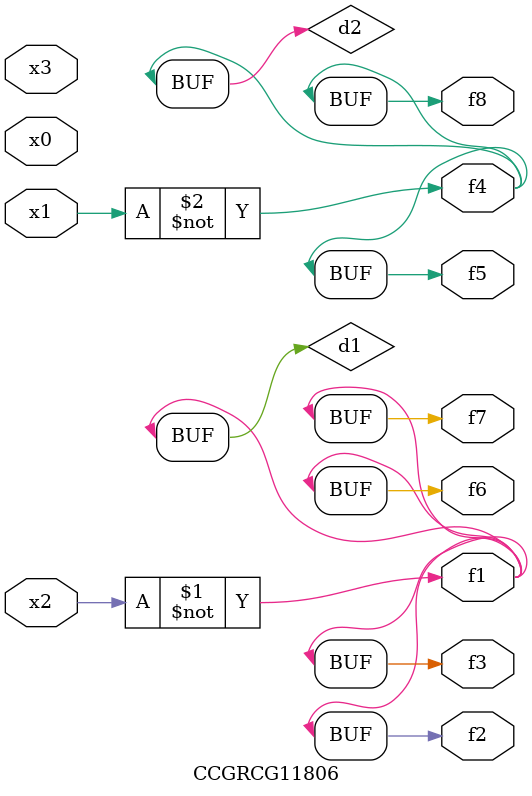
<source format=v>
module CCGRCG11806(
	input x0, x1, x2, x3,
	output f1, f2, f3, f4, f5, f6, f7, f8
);

	wire d1, d2;

	xnor (d1, x2);
	not (d2, x1);
	assign f1 = d1;
	assign f2 = d1;
	assign f3 = d1;
	assign f4 = d2;
	assign f5 = d2;
	assign f6 = d1;
	assign f7 = d1;
	assign f8 = d2;
endmodule

</source>
